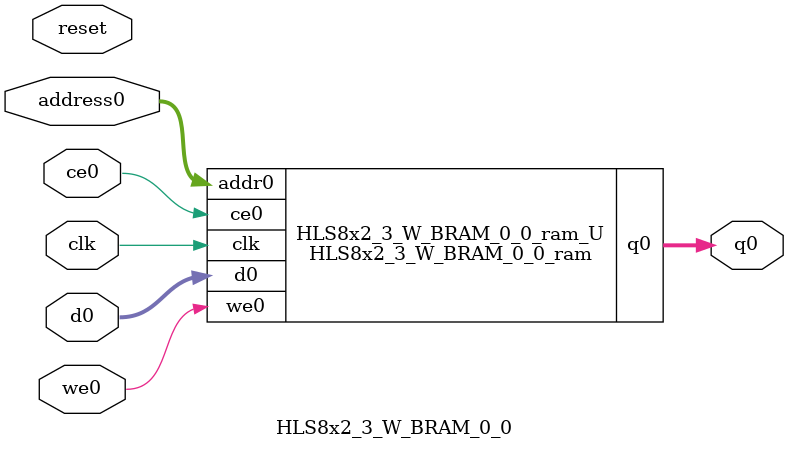
<source format=v>

`timescale 1 ns / 1 ps
module HLS8x2_3_W_BRAM_0_0_ram (addr0, ce0, d0, we0, q0,  clk);

parameter DWIDTH = 16;
parameter AWIDTH = 4;
parameter MEM_SIZE = 9;

input[AWIDTH-1:0] addr0;
input ce0;
input[DWIDTH-1:0] d0;
input we0;
output reg[DWIDTH-1:0] q0;
input clk;

(* ram_style = "distributed" *)reg [DWIDTH-1:0] ram[0:MEM_SIZE-1];




always @(posedge clk)  
begin 
    if (ce0) 
    begin
        if (we0) 
        begin 
            ram[addr0] <= d0; 
            q0 <= d0;
        end 
        else 
            q0 <= ram[addr0];
    end
end


endmodule


`timescale 1 ns / 1 ps
module HLS8x2_3_W_BRAM_0_0(
    reset,
    clk,
    address0,
    ce0,
    we0,
    d0,
    q0);

parameter DataWidth = 32'd16;
parameter AddressRange = 32'd9;
parameter AddressWidth = 32'd4;
input reset;
input clk;
input[AddressWidth - 1:0] address0;
input ce0;
input we0;
input[DataWidth - 1:0] d0;
output[DataWidth - 1:0] q0;



HLS8x2_3_W_BRAM_0_0_ram HLS8x2_3_W_BRAM_0_0_ram_U(
    .clk( clk ),
    .addr0( address0 ),
    .ce0( ce0 ),
    .d0( d0 ),
    .we0( we0 ),
    .q0( q0 ));

endmodule


</source>
